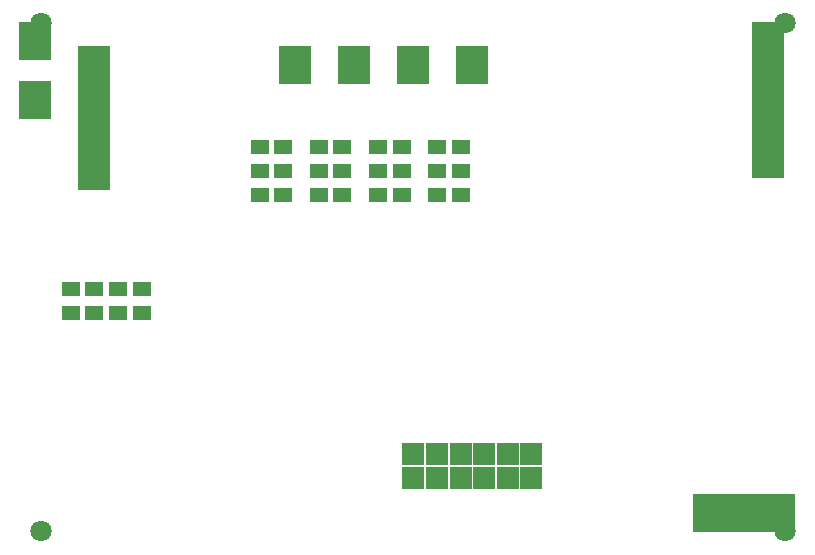
<source format=gbs>
G04 #@! TF.GenerationSoftware,KiCad,Pcbnew,6.0*
G04 #@! TF.CreationDate,2024-12-16T04:50:00+00:00*
G04 #@! TF.ProjectId,SmartHomeController,736D617274686F6D6520636F6E74726F,3.1*
G04 #@! TF.SameCoordinates,Original*
G04 #@! TF.FileFunction,Soldermask,Bot*
G04 #@! TF.FilePolarity,Negative*
%FSLAX46Y46*%
G04 Gerber Fmt 4.6, Leading zero omitted, Abs format (unit mm)*
G04 Bottom soldermask - mostly covered for ground plane exposure*
%MOMM*%
%LPN*%
G01*
G04 APERTURE LIST*
%ADD10C,1.900000*%
%ADD11R,1.900000X1.900000*%
%ADD12R,1.600000X1.200000*%
%ADD13R,2.700000X3.200000*%
%ADD14C,1.800000*%
G04 APERTURE END LIST*
G04 Through-hole pad openings (mirrored)*
D11*
X35000000Y10000000D03*
X37000000Y10000000D03*
X39000000Y10000000D03*
X41000000Y10000000D03*
X43000000Y10000000D03*
X45000000Y10000000D03*
X35000000Y8000000D03*
X37000000Y8000000D03*
X39000000Y8000000D03*
X41000000Y8000000D03*
X43000000Y8000000D03*
X45000000Y8000000D03*
D13*
X25000000Y43000000D03*
X30000000Y43000000D03*
X35000000Y43000000D03*
X40000000Y43000000D03*
X8000000Y43000000D03*
X8000000Y40000000D03*
X8000000Y37000000D03*
X8000000Y34000000D03*
X3000000Y45000000D03*
X3000000Y40000000D03*
X65000000Y45000000D03*
X65000000Y42500000D03*
X65000000Y40000000D03*
X65000000Y37500000D03*
X65000000Y35000000D03*
X60000000Y5000000D03*
X61500000Y5000000D03*
X63000000Y5000000D03*
X64500000Y5000000D03*
X66000000Y5000000D03*
D12*
X22000000Y36000000D03*
X22000000Y34000000D03*
X22000000Y32000000D03*
X24000000Y36000000D03*
X24000000Y34000000D03*
X24000000Y32000000D03*
X27000000Y36000000D03*
X27000000Y34000000D03*
X27000000Y32000000D03*
X29000000Y36000000D03*
X29000000Y34000000D03*
X29000000Y32000000D03*
X32000000Y36000000D03*
X32000000Y34000000D03*
X32000000Y32000000D03*
X34000000Y36000000D03*
X34000000Y34000000D03*
X34000000Y32000000D03*
X37000000Y36000000D03*
X37000000Y34000000D03*
X37000000Y32000000D03*
X39000000Y36000000D03*
X39000000Y34000000D03*
X39000000Y32000000D03*
X10000000Y22000000D03*
X10000000Y24000000D03*
X12000000Y22000000D03*
X12000000Y24000000D03*
X8000000Y22000000D03*
X8000000Y24000000D03*
X6000000Y22000000D03*
X6000000Y24000000D03*
D14*
X3500000Y3500000D03*
X66500000Y3500000D03*
X3500000Y46500000D03*
X66500000Y46500000D03*
M02*

</source>
